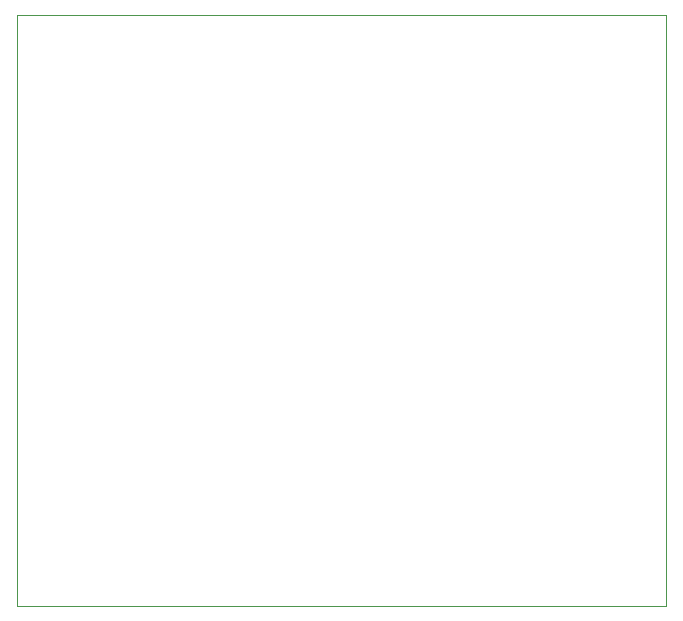
<source format=gbr>
%TF.GenerationSoftware,KiCad,Pcbnew,6.0.4*%
%TF.CreationDate,2022-03-28T18:47:23+02:00*%
%TF.ProjectId,capm,6361706d-2e6b-4696-9361-645f70636258,rev?*%
%TF.SameCoordinates,Original*%
%TF.FileFunction,Profile,NP*%
%FSLAX46Y46*%
G04 Gerber Fmt 4.6, Leading zero omitted, Abs format (unit mm)*
G04 Created by KiCad (PCBNEW 6.0.4) date 2022-03-28 18:47:23*
%MOMM*%
%LPD*%
G01*
G04 APERTURE LIST*
%TA.AperFunction,Profile*%
%ADD10C,0.100000*%
%TD*%
G04 APERTURE END LIST*
D10*
X120000000Y-40000000D02*
X175000000Y-40000000D01*
X175000000Y-40000000D02*
X175000000Y-90000000D01*
X175000000Y-90000000D02*
X120000000Y-90000000D01*
X120000000Y-90000000D02*
X120000000Y-40000000D01*
M02*

</source>
